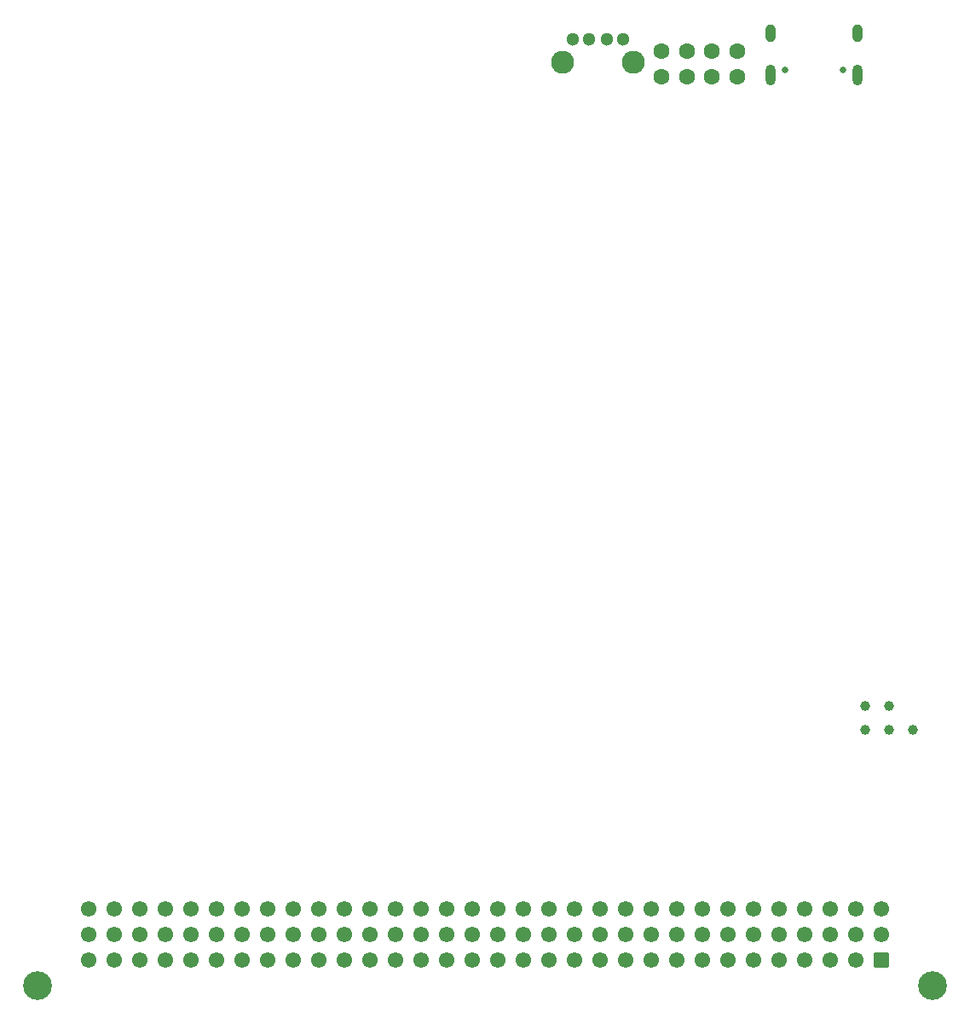
<source format=gbr>
%TF.GenerationSoftware,KiCad,Pcbnew,8.0.9-8.0.9-0~ubuntu24.04.1*%
%TF.CreationDate,2025-04-19T18:55:16+00:00*%
%TF.ProjectId,base-module,62617365-2d6d-46f6-9475-6c652e6b6963,1.0.1*%
%TF.SameCoordinates,Original*%
%TF.FileFunction,Soldermask,Bot*%
%TF.FilePolarity,Negative*%
%FSLAX46Y46*%
G04 Gerber Fmt 4.6, Leading zero omitted, Abs format (unit mm)*
G04 Created by KiCad (PCBNEW 8.0.9-8.0.9-0~ubuntu24.04.1) date 2025-04-19 18:55:16*
%MOMM*%
%LPD*%
G01*
G04 APERTURE LIST*
G04 Aperture macros list*
%AMRoundRect*
0 Rectangle with rounded corners*
0 $1 Rounding radius*
0 $2 $3 $4 $5 $6 $7 $8 $9 X,Y pos of 4 corners*
0 Add a 4 corners polygon primitive as box body*
4,1,4,$2,$3,$4,$5,$6,$7,$8,$9,$2,$3,0*
0 Add four circle primitives for the rounded corners*
1,1,$1+$1,$2,$3*
1,1,$1+$1,$4,$5*
1,1,$1+$1,$6,$7*
1,1,$1+$1,$8,$9*
0 Add four rect primitives between the rounded corners*
20,1,$1+$1,$2,$3,$4,$5,0*
20,1,$1+$1,$4,$5,$6,$7,0*
20,1,$1+$1,$6,$7,$8,$9,0*
20,1,$1+$1,$8,$9,$2,$3,0*%
G04 Aperture macros list end*
%ADD10C,1.600000*%
%ADD11C,0.650000*%
%ADD12O,1.000000X2.100000*%
%ADD13O,1.000000X1.800000*%
%ADD14C,2.850000*%
%ADD15RoundRect,0.249999X0.525001X0.525001X-0.525001X0.525001X-0.525001X-0.525001X0.525001X-0.525001X0*%
%ADD16C,1.550000*%
%ADD17C,1.300000*%
%ADD18C,2.286000*%
%ADD19C,1.000000*%
G04 APERTURE END LIST*
D10*
%TO.C,LED300*%
X106863600Y-55785000D03*
X109403600Y-55785000D03*
X106863600Y-58325000D03*
X109403600Y-58325000D03*
%TD*%
D11*
%TO.C,J800*%
X124940000Y-57640000D03*
X119160000Y-57640000D03*
D12*
X126370000Y-58140000D03*
D13*
X126370000Y-53960000D03*
D12*
X117730000Y-58140000D03*
D13*
X117730000Y-53960000D03*
%TD*%
D14*
%TO.C,J200*%
X133820000Y-148515000D03*
X44920000Y-148515000D03*
D15*
X128740000Y-145975000D03*
D16*
X126200000Y-145975000D03*
X123660000Y-145975000D03*
X121120000Y-145975000D03*
X118580000Y-145975000D03*
X116040000Y-145975000D03*
X113500000Y-145975000D03*
X110960000Y-145975000D03*
X108420000Y-145975000D03*
X105880000Y-145975000D03*
X103340000Y-145975000D03*
X100800000Y-145975000D03*
X98260000Y-145975000D03*
X95720000Y-145975000D03*
X93180000Y-145975000D03*
X90640000Y-145975000D03*
X88100000Y-145975000D03*
X85560000Y-145975000D03*
X83020000Y-145975000D03*
X80480000Y-145975000D03*
X77940000Y-145975000D03*
X75400000Y-145975000D03*
X72860000Y-145975000D03*
X70320000Y-145975000D03*
X67780000Y-145975000D03*
X65240000Y-145975000D03*
X62700000Y-145975000D03*
X60160000Y-145975000D03*
X57620000Y-145975000D03*
X55080000Y-145975000D03*
X52540000Y-145975000D03*
X50000000Y-145975000D03*
X128740000Y-143435000D03*
X126200000Y-143435000D03*
X123660000Y-143435000D03*
X121120000Y-143435000D03*
X118580000Y-143435000D03*
X116040000Y-143435000D03*
X113500000Y-143435000D03*
X110960000Y-143435000D03*
X108420000Y-143435000D03*
X105880000Y-143435000D03*
X103340000Y-143435000D03*
X100800000Y-143435000D03*
X98260000Y-143435000D03*
X95720000Y-143435000D03*
X93180000Y-143435000D03*
X90640000Y-143435000D03*
X88100000Y-143435000D03*
X85560000Y-143435000D03*
X83020000Y-143435000D03*
X80480000Y-143435000D03*
X77940000Y-143435000D03*
X75400000Y-143435000D03*
X72860000Y-143435000D03*
X70320000Y-143435000D03*
X67780000Y-143435000D03*
X65240000Y-143435000D03*
X62700000Y-143435000D03*
X60160000Y-143435000D03*
X57620000Y-143435000D03*
X55080000Y-143435000D03*
X52540000Y-143435000D03*
X50000000Y-143435000D03*
X128740000Y-140895000D03*
X126200000Y-140895000D03*
X123660000Y-140895000D03*
X121120000Y-140895000D03*
X118580000Y-140895000D03*
X116040000Y-140895000D03*
X113500000Y-140895000D03*
X110960000Y-140895000D03*
X108420000Y-140895000D03*
X105880000Y-140895000D03*
X103340000Y-140895000D03*
X100800000Y-140895000D03*
X98260000Y-140895000D03*
X95720000Y-140895000D03*
X93180000Y-140895000D03*
X90640000Y-140895000D03*
X88100000Y-140895000D03*
X85560000Y-140895000D03*
X83020000Y-140895000D03*
X80480000Y-140895000D03*
X77940000Y-140895000D03*
X75400000Y-140895000D03*
X72860000Y-140895000D03*
X70320000Y-140895000D03*
X67780000Y-140895000D03*
X65240000Y-140895000D03*
X62700000Y-140895000D03*
X60160000Y-140895000D03*
X57620000Y-140895000D03*
X55080000Y-140895000D03*
X52540000Y-140895000D03*
X50000000Y-140895000D03*
%TD*%
D17*
%TO.C,SW400*%
X103080000Y-54575000D03*
X101450000Y-54575000D03*
X99710000Y-54575000D03*
X98080000Y-54575000D03*
D18*
X104080000Y-56825000D03*
X97080000Y-56825000D03*
%TD*%
D10*
%TO.C,LED301*%
X111913600Y-55785000D03*
X114453600Y-55785000D03*
X111913600Y-58325000D03*
X114453600Y-58325000D03*
%TD*%
D19*
%TO.C,TP704*%
X127100000Y-123175000D03*
%TD*%
%TO.C,TP706*%
X131900000Y-123175000D03*
%TD*%
%TO.C,TP703*%
X129500000Y-120775000D03*
%TD*%
%TO.C,TP702*%
X127100000Y-120775000D03*
%TD*%
%TO.C,TP705*%
X129500000Y-123175000D03*
%TD*%
M02*

</source>
